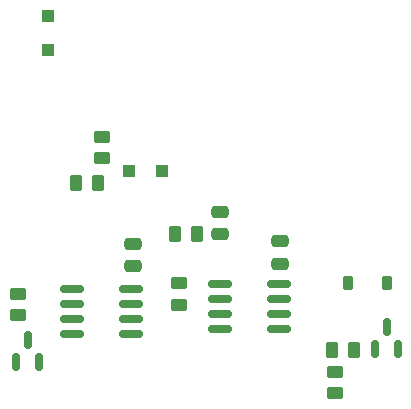
<source format=gbr>
%TF.GenerationSoftware,KiCad,Pcbnew,7.0.1*%
%TF.CreationDate,2023-05-29T21:51:14-06:00*%
%TF.ProjectId,Over_Voltage_Latch,4f766572-5f56-46f6-9c74-6167655f4c61,1*%
%TF.SameCoordinates,Original*%
%TF.FileFunction,Paste,Top*%
%TF.FilePolarity,Positive*%
%FSLAX46Y46*%
G04 Gerber Fmt 4.6, Leading zero omitted, Abs format (unit mm)*
G04 Created by KiCad (PCBNEW 7.0.1) date 2023-05-29 21:51:14*
%MOMM*%
%LPD*%
G01*
G04 APERTURE LIST*
G04 Aperture macros list*
%AMRoundRect*
0 Rectangle with rounded corners*
0 $1 Rounding radius*
0 $2 $3 $4 $5 $6 $7 $8 $9 X,Y pos of 4 corners*
0 Add a 4 corners polygon primitive as box body*
4,1,4,$2,$3,$4,$5,$6,$7,$8,$9,$2,$3,0*
0 Add four circle primitives for the rounded corners*
1,1,$1+$1,$2,$3*
1,1,$1+$1,$4,$5*
1,1,$1+$1,$6,$7*
1,1,$1+$1,$8,$9*
0 Add four rect primitives between the rounded corners*
20,1,$1+$1,$2,$3,$4,$5,0*
20,1,$1+$1,$4,$5,$6,$7,0*
20,1,$1+$1,$6,$7,$8,$9,0*
20,1,$1+$1,$8,$9,$2,$3,0*%
G04 Aperture macros list end*
%ADD10RoundRect,0.250000X-0.475000X0.250000X-0.475000X-0.250000X0.475000X-0.250000X0.475000X0.250000X0*%
%ADD11RoundRect,0.225000X-0.225000X-0.375000X0.225000X-0.375000X0.225000X0.375000X-0.225000X0.375000X0*%
%ADD12RoundRect,0.150000X0.150000X-0.587500X0.150000X0.587500X-0.150000X0.587500X-0.150000X-0.587500X0*%
%ADD13RoundRect,0.250000X0.475000X-0.250000X0.475000X0.250000X-0.475000X0.250000X-0.475000X-0.250000X0*%
%ADD14RoundRect,0.250000X-0.450000X0.262500X-0.450000X-0.262500X0.450000X-0.262500X0.450000X0.262500X0*%
%ADD15RoundRect,0.150000X-0.825000X-0.150000X0.825000X-0.150000X0.825000X0.150000X-0.825000X0.150000X0*%
%ADD16RoundRect,0.250000X-0.262500X-0.450000X0.262500X-0.450000X0.262500X0.450000X-0.262500X0.450000X0*%
%ADD17RoundRect,0.250000X0.300000X-0.300000X0.300000X0.300000X-0.300000X0.300000X-0.300000X-0.300000X0*%
%ADD18RoundRect,0.250000X-0.300000X-0.300000X0.300000X-0.300000X0.300000X0.300000X-0.300000X0.300000X0*%
G04 APERTURE END LIST*
D10*
%TO.C,C3*%
X138700000Y-100450000D03*
X138700000Y-102350000D03*
%TD*%
D11*
%TO.C,D1*%
X149550000Y-106500000D03*
X152850000Y-106500000D03*
%TD*%
D12*
%TO.C,Q1*%
X151850000Y-112037500D03*
X153750000Y-112037500D03*
X152800000Y-110162500D03*
%TD*%
D13*
%TO.C,C2*%
X143800000Y-104850000D03*
X143800000Y-102950000D03*
%TD*%
D14*
%TO.C,R6*%
X135200000Y-106487500D03*
X135200000Y-108312500D03*
%TD*%
D15*
%TO.C,U1*%
X126200000Y-106980000D03*
X126200000Y-108250000D03*
X126200000Y-109520000D03*
X126200000Y-110790000D03*
X131150000Y-110790000D03*
X131150000Y-109520000D03*
X131150000Y-108250000D03*
X131150000Y-106980000D03*
%TD*%
D16*
%TO.C,R7*%
X134887500Y-102300000D03*
X136712500Y-102300000D03*
%TD*%
D13*
%TO.C,C1*%
X131300000Y-105050000D03*
X131300000Y-103150000D03*
%TD*%
D16*
%TO.C,R1*%
X126537500Y-98000000D03*
X128362500Y-98000000D03*
%TD*%
D17*
%TO.C,D3*%
X124100000Y-86700000D03*
X124100000Y-83900000D03*
%TD*%
D14*
%TO.C,R3*%
X121600000Y-107387500D03*
X121600000Y-109212500D03*
%TD*%
D15*
%TO.C,U3*%
X138725000Y-106595000D03*
X138725000Y-107865000D03*
X138725000Y-109135000D03*
X138725000Y-110405000D03*
X143675000Y-110405000D03*
X143675000Y-109135000D03*
X143675000Y-107865000D03*
X143675000Y-106595000D03*
%TD*%
D14*
%TO.C,R2*%
X128700000Y-94087500D03*
X128700000Y-95912500D03*
%TD*%
D12*
%TO.C,U2*%
X121450000Y-113137500D03*
X123350000Y-113137500D03*
X122400000Y-111262500D03*
%TD*%
D14*
%TO.C,R5*%
X148400000Y-113975000D03*
X148400000Y-115800000D03*
%TD*%
D18*
%TO.C,D2*%
X131000000Y-97000000D03*
X133800000Y-97000000D03*
%TD*%
D16*
%TO.C,R4*%
X148187500Y-112100000D03*
X150012500Y-112100000D03*
%TD*%
M02*

</source>
